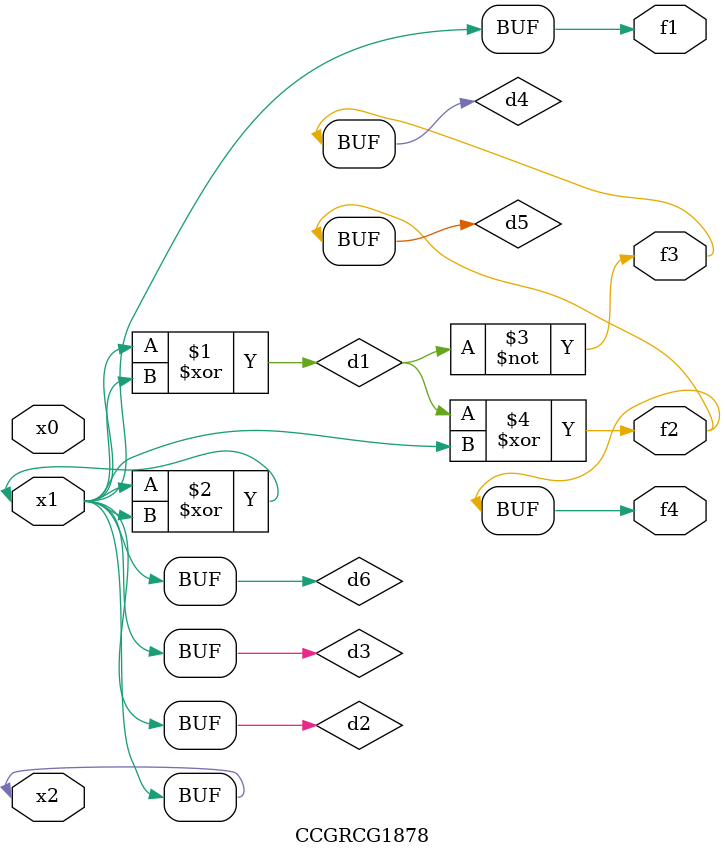
<source format=v>
module CCGRCG1878(
	input x0, x1, x2,
	output f1, f2, f3, f4
);

	wire d1, d2, d3, d4, d5, d6;

	xor (d1, x1, x2);
	buf (d2, x1, x2);
	xor (d3, x1, x2);
	nor (d4, d1);
	xor (d5, d1, d2);
	buf (d6, d2, d3);
	assign f1 = d6;
	assign f2 = d5;
	assign f3 = d4;
	assign f4 = d5;
endmodule

</source>
